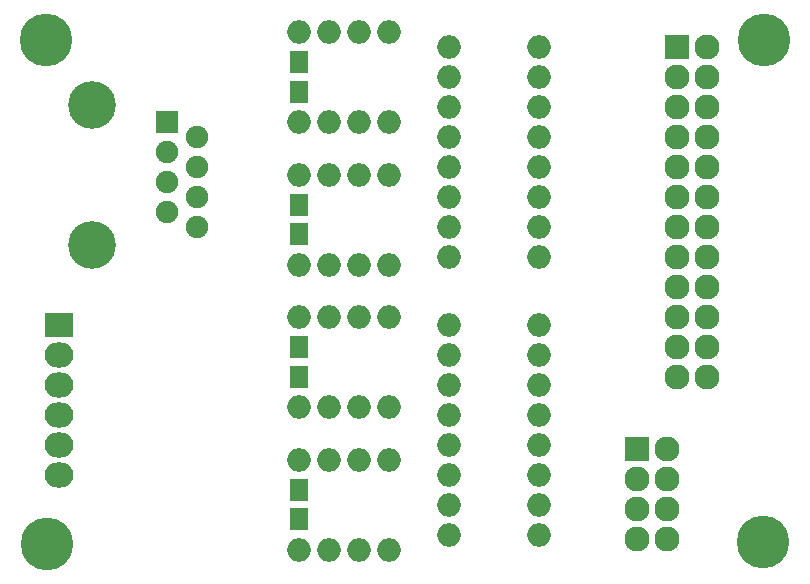
<source format=gbr>
G04 #@! TF.FileFunction,Soldermask,Bot*
%FSLAX46Y46*%
G04 Gerber Fmt 4.6, Leading zero omitted, Abs format (unit mm)*
G04 Created by KiCad (PCBNEW 4.0.6) date Monday, 05 June 2017 'PMt' 21:59:35*
%MOMM*%
%LPD*%
G01*
G04 APERTURE LIST*
%ADD10C,0.100000*%
%ADD11C,4.464000*%
%ADD12R,2.432000X2.127200*%
%ADD13O,2.432000X2.127200*%
%ADD14R,2.127200X2.127200*%
%ADD15O,2.127200X2.127200*%
%ADD16O,2.000000X2.000000*%
%ADD17C,4.049980*%
%ADD18R,1.901140X1.901140*%
%ADD19C,1.901140*%
%ADD20R,1.650000X1.900000*%
G04 APERTURE END LIST*
D10*
D11*
X180340000Y-77470000D03*
X180213000Y-120015000D03*
X119634000Y-120142000D03*
D12*
X120650000Y-101600000D03*
D13*
X120650000Y-104140000D03*
X120650000Y-106680000D03*
X120650000Y-109220000D03*
X120650000Y-111760000D03*
X120650000Y-114300000D03*
D14*
X172974000Y-78105000D03*
D15*
X175514000Y-78105000D03*
X172974000Y-80645000D03*
X175514000Y-80645000D03*
X172974000Y-83185000D03*
X175514000Y-83185000D03*
X172974000Y-85725000D03*
X175514000Y-85725000D03*
X172974000Y-88265000D03*
X175514000Y-88265000D03*
X172974000Y-90805000D03*
X175514000Y-90805000D03*
X172974000Y-93345000D03*
X175514000Y-93345000D03*
X172974000Y-95885000D03*
X175514000Y-95885000D03*
X172974000Y-98425000D03*
X175514000Y-98425000D03*
X172974000Y-100965000D03*
X175514000Y-100965000D03*
X172974000Y-103505000D03*
X175514000Y-103505000D03*
X172974000Y-106045000D03*
X175514000Y-106045000D03*
D16*
X140970000Y-84455000D03*
X143510000Y-84455000D03*
X146050000Y-84455000D03*
X148590000Y-84455000D03*
X148590000Y-76835000D03*
X146050000Y-76835000D03*
X143510000Y-76835000D03*
X140970000Y-76835000D03*
X140970000Y-96520000D03*
X143510000Y-96520000D03*
X146050000Y-96520000D03*
X148590000Y-96520000D03*
X148590000Y-88900000D03*
X146050000Y-88900000D03*
X143510000Y-88900000D03*
X140970000Y-88900000D03*
X140970000Y-108585000D03*
X143510000Y-108585000D03*
X146050000Y-108585000D03*
X148590000Y-108585000D03*
X148590000Y-100965000D03*
X146050000Y-100965000D03*
X143510000Y-100965000D03*
X140970000Y-100965000D03*
X140970000Y-120650000D03*
X143510000Y-120650000D03*
X146050000Y-120650000D03*
X148590000Y-120650000D03*
X148590000Y-113030000D03*
X146050000Y-113030000D03*
X143510000Y-113030000D03*
X140970000Y-113030000D03*
X153670000Y-78105000D03*
X153670000Y-80645000D03*
X153670000Y-83185000D03*
X153670000Y-85725000D03*
X153670000Y-88265000D03*
X153670000Y-90805000D03*
X153670000Y-93345000D03*
X153670000Y-95885000D03*
X161290000Y-95885000D03*
X161290000Y-93345000D03*
X161290000Y-90805000D03*
X161290000Y-88265000D03*
X161290000Y-85725000D03*
X161290000Y-83185000D03*
X161290000Y-80645000D03*
X161290000Y-78105000D03*
X153670000Y-101600000D03*
X153670000Y-104140000D03*
X153670000Y-106680000D03*
X153670000Y-109220000D03*
X153670000Y-111760000D03*
X153670000Y-114300000D03*
X153670000Y-116840000D03*
X153670000Y-119380000D03*
X161290000Y-119380000D03*
X161290000Y-116840000D03*
X161290000Y-114300000D03*
X161290000Y-111760000D03*
X161290000Y-109220000D03*
X161290000Y-106680000D03*
X161290000Y-104140000D03*
X161290000Y-101600000D03*
D14*
X169545000Y-112141000D03*
D15*
X172085000Y-112141000D03*
X169545000Y-114681000D03*
X172085000Y-114681000D03*
X169545000Y-117221000D03*
X172085000Y-117221000D03*
X169545000Y-119761000D03*
X172085000Y-119761000D03*
D17*
X123444000Y-94838520D03*
X123444000Y-82969100D03*
D18*
X129794000Y-84455000D03*
D19*
X132334000Y-85725000D03*
X129794000Y-86995000D03*
X132334000Y-88265000D03*
X129794000Y-89535000D03*
X132334000Y-90805000D03*
X129794000Y-92075000D03*
X132334000Y-93345000D03*
D11*
X119507000Y-77470000D03*
D20*
X140970000Y-93960000D03*
X140970000Y-91460000D03*
X140970000Y-118090000D03*
X140970000Y-115590000D03*
X140970000Y-106025000D03*
X140970000Y-103525000D03*
X140970000Y-81895000D03*
X140970000Y-79395000D03*
M02*

</source>
